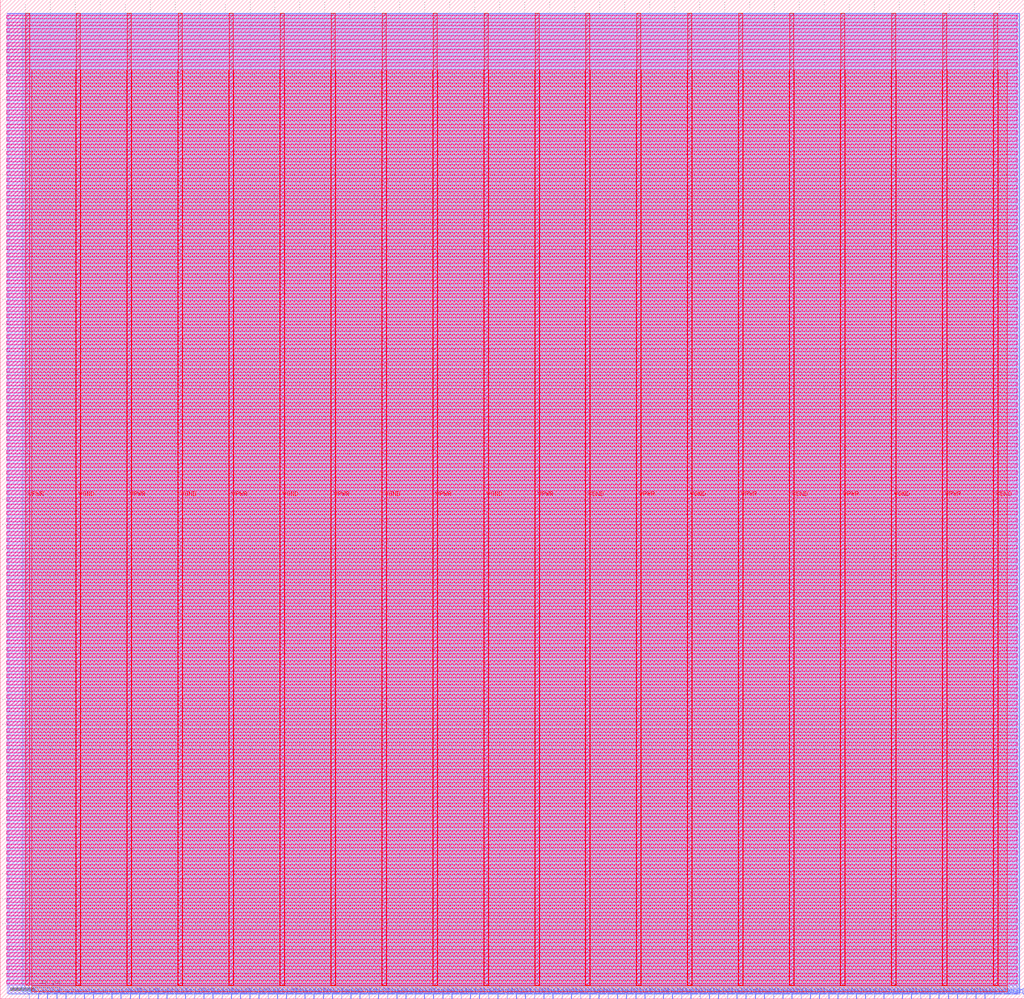
<source format=lef>
VERSION 5.7 ;
  NOWIREEXTENSIONATPIN ON ;
  DIVIDERCHAR "/" ;
  BUSBITCHARS "[]" ;
MACRO aes_example
  CLASS BLOCK ;
  FOREIGN aes_example ;
  ORIGIN 0.000 0.000 ;
  SIZE 820.000 BY 800.000 ;
  PIN VGND
    USE GROUND ;
    PORT
      LAYER met4 ;
        RECT 795.440 10.640 798.640 789.040 ;
    END
    PORT
      LAYER met4 ;
        RECT 713.840 10.640 717.040 789.040 ;
    END
    PORT
      LAYER met4 ;
        RECT 632.240 10.640 635.440 789.040 ;
    END
    PORT
      LAYER met4 ;
        RECT 550.640 10.640 553.840 789.040 ;
    END
    PORT
      LAYER met4 ;
        RECT 469.040 10.640 472.240 789.040 ;
    END
    PORT
      LAYER met4 ;
        RECT 387.440 10.640 390.640 789.040 ;
    END
    PORT
      LAYER met4 ;
        RECT 305.840 10.640 309.040 789.040 ;
    END
    PORT
      LAYER met4 ;
        RECT 224.240 10.640 227.440 789.040 ;
    END
    PORT
      LAYER met4 ;
        RECT 142.640 10.640 145.840 789.040 ;
    END
    PORT
      LAYER met4 ;
        RECT 61.040 10.640 64.240 789.040 ;
    END
  END VGND
  PIN VPWR
    USE POWER ;
    PORT
      LAYER met4 ;
        RECT 754.640 10.640 757.840 789.040 ;
    END
    PORT
      LAYER met4 ;
        RECT 673.040 10.640 676.240 789.040 ;
    END
    PORT
      LAYER met4 ;
        RECT 591.440 10.640 594.640 789.040 ;
    END
    PORT
      LAYER met4 ;
        RECT 509.840 10.640 513.040 789.040 ;
    END
    PORT
      LAYER met4 ;
        RECT 428.240 10.640 431.440 789.040 ;
    END
    PORT
      LAYER met4 ;
        RECT 346.640 10.640 349.840 789.040 ;
    END
    PORT
      LAYER met4 ;
        RECT 265.040 10.640 268.240 789.040 ;
    END
    PORT
      LAYER met4 ;
        RECT 183.440 10.640 186.640 789.040 ;
    END
    PORT
      LAYER met4 ;
        RECT 101.840 10.640 105.040 789.040 ;
    END
    PORT
      LAYER met4 ;
        RECT 20.240 10.640 23.440 789.040 ;
    END
  END VPWR
  PIN wb_clk_i
    PORT
      LAYER met2 ;
        RECT 23.090 0.000 23.370 4.000 ;
    END
  END wb_clk_i
  PIN wb_rst_i
    PORT
      LAYER met2 ;
        RECT 30.450 0.000 30.730 4.000 ;
    END
  END wb_rst_i
  PIN wbs_ack_o
    PORT
      LAYER met2 ;
        RECT 37.810 0.000 38.090 4.000 ;
    END
  END wbs_ack_o
  PIN wbs_adr_i[0]
    PORT
      LAYER met2 ;
        RECT 67.250 0.000 67.530 4.000 ;
    END
  END wbs_adr_i[0]
  PIN wbs_adr_i[10]
    PORT
      LAYER met2 ;
        RECT 317.490 0.000 317.770 4.000 ;
    END
  END wbs_adr_i[10]
  PIN wbs_adr_i[11]
    PORT
      LAYER met2 ;
        RECT 339.570 0.000 339.850 4.000 ;
    END
  END wbs_adr_i[11]
  PIN wbs_adr_i[12]
    PORT
      LAYER met2 ;
        RECT 361.650 0.000 361.930 4.000 ;
    END
  END wbs_adr_i[12]
  PIN wbs_adr_i[13]
    PORT
      LAYER met2 ;
        RECT 383.730 0.000 384.010 4.000 ;
    END
  END wbs_adr_i[13]
  PIN wbs_adr_i[14]
    PORT
      LAYER met2 ;
        RECT 405.810 0.000 406.090 4.000 ;
    END
  END wbs_adr_i[14]
  PIN wbs_adr_i[15]
    PORT
      LAYER met2 ;
        RECT 427.890 0.000 428.170 4.000 ;
    END
  END wbs_adr_i[15]
  PIN wbs_adr_i[16]
    PORT
      LAYER met2 ;
        RECT 449.970 0.000 450.250 4.000 ;
    END
  END wbs_adr_i[16]
  PIN wbs_adr_i[17]
    PORT
      LAYER met2 ;
        RECT 472.050 0.000 472.330 4.000 ;
    END
  END wbs_adr_i[17]
  PIN wbs_adr_i[18]
    PORT
      LAYER met2 ;
        RECT 494.130 0.000 494.410 4.000 ;
    END
  END wbs_adr_i[18]
  PIN wbs_adr_i[19]
    PORT
      LAYER met2 ;
        RECT 516.210 0.000 516.490 4.000 ;
    END
  END wbs_adr_i[19]
  PIN wbs_adr_i[1]
    PORT
      LAYER met2 ;
        RECT 96.690 0.000 96.970 4.000 ;
    END
  END wbs_adr_i[1]
  PIN wbs_adr_i[20]
    PORT
      LAYER met2 ;
        RECT 538.290 0.000 538.570 4.000 ;
    END
  END wbs_adr_i[20]
  PIN wbs_adr_i[21]
    PORT
      LAYER met2 ;
        RECT 560.370 0.000 560.650 4.000 ;
    END
  END wbs_adr_i[21]
  PIN wbs_adr_i[22]
    PORT
      LAYER met2 ;
        RECT 582.450 0.000 582.730 4.000 ;
    END
  END wbs_adr_i[22]
  PIN wbs_adr_i[23]
    PORT
      LAYER met2 ;
        RECT 604.530 0.000 604.810 4.000 ;
    END
  END wbs_adr_i[23]
  PIN wbs_adr_i[24]
    PORT
      LAYER met2 ;
        RECT 626.610 0.000 626.890 4.000 ;
    END
  END wbs_adr_i[24]
  PIN wbs_adr_i[25]
    PORT
      LAYER met2 ;
        RECT 648.690 0.000 648.970 4.000 ;
    END
  END wbs_adr_i[25]
  PIN wbs_adr_i[26]
    PORT
      LAYER met2 ;
        RECT 670.770 0.000 671.050 4.000 ;
    END
  END wbs_adr_i[26]
  PIN wbs_adr_i[27]
    PORT
      LAYER met2 ;
        RECT 692.850 0.000 693.130 4.000 ;
    END
  END wbs_adr_i[27]
  PIN wbs_adr_i[28]
    PORT
      LAYER met2 ;
        RECT 714.930 0.000 715.210 4.000 ;
    END
  END wbs_adr_i[28]
  PIN wbs_adr_i[29]
    PORT
      LAYER met2 ;
        RECT 737.010 0.000 737.290 4.000 ;
    END
  END wbs_adr_i[29]
  PIN wbs_adr_i[2]
    PORT
      LAYER met2 ;
        RECT 126.130 0.000 126.410 4.000 ;
    END
  END wbs_adr_i[2]
  PIN wbs_adr_i[30]
    PORT
      LAYER met2 ;
        RECT 759.090 0.000 759.370 4.000 ;
    END
  END wbs_adr_i[30]
  PIN wbs_adr_i[31]
    PORT
      LAYER met2 ;
        RECT 781.170 0.000 781.450 4.000 ;
    END
  END wbs_adr_i[31]
  PIN wbs_adr_i[3]
    PORT
      LAYER met2 ;
        RECT 155.570 0.000 155.850 4.000 ;
    END
  END wbs_adr_i[3]
  PIN wbs_adr_i[4]
    PORT
      LAYER met2 ;
        RECT 185.010 0.000 185.290 4.000 ;
    END
  END wbs_adr_i[4]
  PIN wbs_adr_i[5]
    PORT
      LAYER met2 ;
        RECT 207.090 0.000 207.370 4.000 ;
    END
  END wbs_adr_i[5]
  PIN wbs_adr_i[6]
    PORT
      LAYER met2 ;
        RECT 229.170 0.000 229.450 4.000 ;
    END
  END wbs_adr_i[6]
  PIN wbs_adr_i[7]
    PORT
      LAYER met2 ;
        RECT 251.250 0.000 251.530 4.000 ;
    END
  END wbs_adr_i[7]
  PIN wbs_adr_i[8]
    PORT
      LAYER met2 ;
        RECT 273.330 0.000 273.610 4.000 ;
    END
  END wbs_adr_i[8]
  PIN wbs_adr_i[9]
    PORT
      LAYER met2 ;
        RECT 295.410 0.000 295.690 4.000 ;
    END
  END wbs_adr_i[9]
  PIN wbs_cyc_i
    PORT
      LAYER met2 ;
        RECT 45.170 0.000 45.450 4.000 ;
    END
  END wbs_cyc_i
  PIN wbs_dat_i[0]
    PORT
      LAYER met2 ;
        RECT 74.610 0.000 74.890 4.000 ;
    END
  END wbs_dat_i[0]
  PIN wbs_dat_i[10]
    PORT
      LAYER met2 ;
        RECT 324.850 0.000 325.130 4.000 ;
    END
  END wbs_dat_i[10]
  PIN wbs_dat_i[11]
    PORT
      LAYER met2 ;
        RECT 346.930 0.000 347.210 4.000 ;
    END
  END wbs_dat_i[11]
  PIN wbs_dat_i[12]
    PORT
      LAYER met2 ;
        RECT 369.010 0.000 369.290 4.000 ;
    END
  END wbs_dat_i[12]
  PIN wbs_dat_i[13]
    PORT
      LAYER met2 ;
        RECT 391.090 0.000 391.370 4.000 ;
    END
  END wbs_dat_i[13]
  PIN wbs_dat_i[14]
    PORT
      LAYER met2 ;
        RECT 413.170 0.000 413.450 4.000 ;
    END
  END wbs_dat_i[14]
  PIN wbs_dat_i[15]
    PORT
      LAYER met2 ;
        RECT 435.250 0.000 435.530 4.000 ;
    END
  END wbs_dat_i[15]
  PIN wbs_dat_i[16]
    PORT
      LAYER met2 ;
        RECT 457.330 0.000 457.610 4.000 ;
    END
  END wbs_dat_i[16]
  PIN wbs_dat_i[17]
    PORT
      LAYER met2 ;
        RECT 479.410 0.000 479.690 4.000 ;
    END
  END wbs_dat_i[17]
  PIN wbs_dat_i[18]
    PORT
      LAYER met2 ;
        RECT 501.490 0.000 501.770 4.000 ;
    END
  END wbs_dat_i[18]
  PIN wbs_dat_i[19]
    PORT
      LAYER met2 ;
        RECT 523.570 0.000 523.850 4.000 ;
    END
  END wbs_dat_i[19]
  PIN wbs_dat_i[1]
    PORT
      LAYER met2 ;
        RECT 104.050 0.000 104.330 4.000 ;
    END
  END wbs_dat_i[1]
  PIN wbs_dat_i[20]
    PORT
      LAYER met2 ;
        RECT 545.650 0.000 545.930 4.000 ;
    END
  END wbs_dat_i[20]
  PIN wbs_dat_i[21]
    PORT
      LAYER met2 ;
        RECT 567.730 0.000 568.010 4.000 ;
    END
  END wbs_dat_i[21]
  PIN wbs_dat_i[22]
    PORT
      LAYER met2 ;
        RECT 589.810 0.000 590.090 4.000 ;
    END
  END wbs_dat_i[22]
  PIN wbs_dat_i[23]
    PORT
      LAYER met2 ;
        RECT 611.890 0.000 612.170 4.000 ;
    END
  END wbs_dat_i[23]
  PIN wbs_dat_i[24]
    PORT
      LAYER met2 ;
        RECT 633.970 0.000 634.250 4.000 ;
    END
  END wbs_dat_i[24]
  PIN wbs_dat_i[25]
    PORT
      LAYER met2 ;
        RECT 656.050 0.000 656.330 4.000 ;
    END
  END wbs_dat_i[25]
  PIN wbs_dat_i[26]
    PORT
      LAYER met2 ;
        RECT 678.130 0.000 678.410 4.000 ;
    END
  END wbs_dat_i[26]
  PIN wbs_dat_i[27]
    PORT
      LAYER met2 ;
        RECT 700.210 0.000 700.490 4.000 ;
    END
  END wbs_dat_i[27]
  PIN wbs_dat_i[28]
    PORT
      LAYER met2 ;
        RECT 722.290 0.000 722.570 4.000 ;
    END
  END wbs_dat_i[28]
  PIN wbs_dat_i[29]
    PORT
      LAYER met2 ;
        RECT 744.370 0.000 744.650 4.000 ;
    END
  END wbs_dat_i[29]
  PIN wbs_dat_i[2]
    PORT
      LAYER met2 ;
        RECT 133.490 0.000 133.770 4.000 ;
    END
  END wbs_dat_i[2]
  PIN wbs_dat_i[30]
    PORT
      LAYER met2 ;
        RECT 766.450 0.000 766.730 4.000 ;
    END
  END wbs_dat_i[30]
  PIN wbs_dat_i[31]
    PORT
      LAYER met2 ;
        RECT 788.530 0.000 788.810 4.000 ;
    END
  END wbs_dat_i[31]
  PIN wbs_dat_i[3]
    PORT
      LAYER met2 ;
        RECT 162.930 0.000 163.210 4.000 ;
    END
  END wbs_dat_i[3]
  PIN wbs_dat_i[4]
    PORT
      LAYER met2 ;
        RECT 192.370 0.000 192.650 4.000 ;
    END
  END wbs_dat_i[4]
  PIN wbs_dat_i[5]
    PORT
      LAYER met2 ;
        RECT 214.450 0.000 214.730 4.000 ;
    END
  END wbs_dat_i[5]
  PIN wbs_dat_i[6]
    PORT
      LAYER met2 ;
        RECT 236.530 0.000 236.810 4.000 ;
    END
  END wbs_dat_i[6]
  PIN wbs_dat_i[7]
    PORT
      LAYER met2 ;
        RECT 258.610 0.000 258.890 4.000 ;
    END
  END wbs_dat_i[7]
  PIN wbs_dat_i[8]
    PORT
      LAYER met2 ;
        RECT 280.690 0.000 280.970 4.000 ;
    END
  END wbs_dat_i[8]
  PIN wbs_dat_i[9]
    PORT
      LAYER met2 ;
        RECT 302.770 0.000 303.050 4.000 ;
    END
  END wbs_dat_i[9]
  PIN wbs_dat_o[0]
    PORT
      LAYER met2 ;
        RECT 81.970 0.000 82.250 4.000 ;
    END
  END wbs_dat_o[0]
  PIN wbs_dat_o[10]
    PORT
      LAYER met2 ;
        RECT 332.210 0.000 332.490 4.000 ;
    END
  END wbs_dat_o[10]
  PIN wbs_dat_o[11]
    PORT
      LAYER met2 ;
        RECT 354.290 0.000 354.570 4.000 ;
    END
  END wbs_dat_o[11]
  PIN wbs_dat_o[12]
    PORT
      LAYER met2 ;
        RECT 376.370 0.000 376.650 4.000 ;
    END
  END wbs_dat_o[12]
  PIN wbs_dat_o[13]
    PORT
      LAYER met2 ;
        RECT 398.450 0.000 398.730 4.000 ;
    END
  END wbs_dat_o[13]
  PIN wbs_dat_o[14]
    PORT
      LAYER met2 ;
        RECT 420.530 0.000 420.810 4.000 ;
    END
  END wbs_dat_o[14]
  PIN wbs_dat_o[15]
    PORT
      LAYER met2 ;
        RECT 442.610 0.000 442.890 4.000 ;
    END
  END wbs_dat_o[15]
  PIN wbs_dat_o[16]
    PORT
      LAYER met2 ;
        RECT 464.690 0.000 464.970 4.000 ;
    END
  END wbs_dat_o[16]
  PIN wbs_dat_o[17]
    PORT
      LAYER met2 ;
        RECT 486.770 0.000 487.050 4.000 ;
    END
  END wbs_dat_o[17]
  PIN wbs_dat_o[18]
    PORT
      LAYER met2 ;
        RECT 508.850 0.000 509.130 4.000 ;
    END
  END wbs_dat_o[18]
  PIN wbs_dat_o[19]
    PORT
      LAYER met2 ;
        RECT 530.930 0.000 531.210 4.000 ;
    END
  END wbs_dat_o[19]
  PIN wbs_dat_o[1]
    PORT
      LAYER met2 ;
        RECT 111.410 0.000 111.690 4.000 ;
    END
  END wbs_dat_o[1]
  PIN wbs_dat_o[20]
    PORT
      LAYER met2 ;
        RECT 553.010 0.000 553.290 4.000 ;
    END
  END wbs_dat_o[20]
  PIN wbs_dat_o[21]
    PORT
      LAYER met2 ;
        RECT 575.090 0.000 575.370 4.000 ;
    END
  END wbs_dat_o[21]
  PIN wbs_dat_o[22]
    PORT
      LAYER met2 ;
        RECT 597.170 0.000 597.450 4.000 ;
    END
  END wbs_dat_o[22]
  PIN wbs_dat_o[23]
    PORT
      LAYER met2 ;
        RECT 619.250 0.000 619.530 4.000 ;
    END
  END wbs_dat_o[23]
  PIN wbs_dat_o[24]
    PORT
      LAYER met2 ;
        RECT 641.330 0.000 641.610 4.000 ;
    END
  END wbs_dat_o[24]
  PIN wbs_dat_o[25]
    PORT
      LAYER met2 ;
        RECT 663.410 0.000 663.690 4.000 ;
    END
  END wbs_dat_o[25]
  PIN wbs_dat_o[26]
    PORT
      LAYER met2 ;
        RECT 685.490 0.000 685.770 4.000 ;
    END
  END wbs_dat_o[26]
  PIN wbs_dat_o[27]
    PORT
      LAYER met2 ;
        RECT 707.570 0.000 707.850 4.000 ;
    END
  END wbs_dat_o[27]
  PIN wbs_dat_o[28]
    PORT
      LAYER met2 ;
        RECT 729.650 0.000 729.930 4.000 ;
    END
  END wbs_dat_o[28]
  PIN wbs_dat_o[29]
    PORT
      LAYER met2 ;
        RECT 751.730 0.000 752.010 4.000 ;
    END
  END wbs_dat_o[29]
  PIN wbs_dat_o[2]
    PORT
      LAYER met2 ;
        RECT 140.850 0.000 141.130 4.000 ;
    END
  END wbs_dat_o[2]
  PIN wbs_dat_o[30]
    PORT
      LAYER met2 ;
        RECT 773.810 0.000 774.090 4.000 ;
    END
  END wbs_dat_o[30]
  PIN wbs_dat_o[31]
    PORT
      LAYER met2 ;
        RECT 795.890 0.000 796.170 4.000 ;
    END
  END wbs_dat_o[31]
  PIN wbs_dat_o[3]
    PORT
      LAYER met2 ;
        RECT 170.290 0.000 170.570 4.000 ;
    END
  END wbs_dat_o[3]
  PIN wbs_dat_o[4]
    PORT
      LAYER met2 ;
        RECT 199.730 0.000 200.010 4.000 ;
    END
  END wbs_dat_o[4]
  PIN wbs_dat_o[5]
    PORT
      LAYER met2 ;
        RECT 221.810 0.000 222.090 4.000 ;
    END
  END wbs_dat_o[5]
  PIN wbs_dat_o[6]
    PORT
      LAYER met2 ;
        RECT 243.890 0.000 244.170 4.000 ;
    END
  END wbs_dat_o[6]
  PIN wbs_dat_o[7]
    PORT
      LAYER met2 ;
        RECT 265.970 0.000 266.250 4.000 ;
    END
  END wbs_dat_o[7]
  PIN wbs_dat_o[8]
    PORT
      LAYER met2 ;
        RECT 288.050 0.000 288.330 4.000 ;
    END
  END wbs_dat_o[8]
  PIN wbs_dat_o[9]
    PORT
      LAYER met2 ;
        RECT 310.130 0.000 310.410 4.000 ;
    END
  END wbs_dat_o[9]
  PIN wbs_sel_i[0]
    PORT
      LAYER met2 ;
        RECT 89.330 0.000 89.610 4.000 ;
    END
  END wbs_sel_i[0]
  PIN wbs_sel_i[1]
    PORT
      LAYER met2 ;
        RECT 118.770 0.000 119.050 4.000 ;
    END
  END wbs_sel_i[1]
  PIN wbs_sel_i[2]
    PORT
      LAYER met2 ;
        RECT 148.210 0.000 148.490 4.000 ;
    END
  END wbs_sel_i[2]
  PIN wbs_sel_i[3]
    PORT
      LAYER met2 ;
        RECT 177.650 0.000 177.930 4.000 ;
    END
  END wbs_sel_i[3]
  PIN wbs_stb_i
    PORT
      LAYER met2 ;
        RECT 52.530 0.000 52.810 4.000 ;
    END
  END wbs_stb_i
  PIN wbs_we_i
    PORT
      LAYER met2 ;
        RECT 59.890 0.000 60.170 4.000 ;
    END
  END wbs_we_i
  OBS
      LAYER nwell ;
        RECT 5.330 784.665 814.390 787.495 ;
        RECT 5.330 779.225 814.390 782.055 ;
        RECT 5.330 773.785 814.390 776.615 ;
        RECT 5.330 768.345 814.390 771.175 ;
        RECT 5.330 762.905 814.390 765.735 ;
        RECT 5.330 757.465 814.390 760.295 ;
        RECT 5.330 752.025 814.390 754.855 ;
        RECT 5.330 746.585 814.390 749.415 ;
        RECT 5.330 741.145 814.390 743.975 ;
        RECT 5.330 735.705 814.390 738.535 ;
        RECT 5.330 730.265 814.390 733.095 ;
        RECT 5.330 724.825 814.390 727.655 ;
        RECT 5.330 719.385 814.390 722.215 ;
        RECT 5.330 713.945 814.390 716.775 ;
        RECT 5.330 708.505 814.390 711.335 ;
        RECT 5.330 703.065 814.390 705.895 ;
        RECT 5.330 697.625 814.390 700.455 ;
        RECT 5.330 692.185 814.390 695.015 ;
        RECT 5.330 686.745 814.390 689.575 ;
        RECT 5.330 681.305 814.390 684.135 ;
        RECT 5.330 675.865 814.390 678.695 ;
        RECT 5.330 670.425 814.390 673.255 ;
        RECT 5.330 664.985 814.390 667.815 ;
        RECT 5.330 659.545 814.390 662.375 ;
        RECT 5.330 654.105 814.390 656.935 ;
        RECT 5.330 648.665 814.390 651.495 ;
        RECT 5.330 643.225 814.390 646.055 ;
        RECT 5.330 637.785 814.390 640.615 ;
        RECT 5.330 632.345 814.390 635.175 ;
        RECT 5.330 626.905 814.390 629.735 ;
        RECT 5.330 621.465 814.390 624.295 ;
        RECT 5.330 616.025 814.390 618.855 ;
        RECT 5.330 610.585 814.390 613.415 ;
        RECT 5.330 605.145 814.390 607.975 ;
        RECT 5.330 599.705 814.390 602.535 ;
        RECT 5.330 594.265 814.390 597.095 ;
        RECT 5.330 588.825 814.390 591.655 ;
        RECT 5.330 583.385 814.390 586.215 ;
        RECT 5.330 577.945 814.390 580.775 ;
        RECT 5.330 572.505 814.390 575.335 ;
        RECT 5.330 567.065 814.390 569.895 ;
        RECT 5.330 561.625 814.390 564.455 ;
        RECT 5.330 556.185 814.390 559.015 ;
        RECT 5.330 550.745 814.390 553.575 ;
        RECT 5.330 545.305 814.390 548.135 ;
        RECT 5.330 539.865 814.390 542.695 ;
        RECT 5.330 534.425 814.390 537.255 ;
        RECT 5.330 528.985 814.390 531.815 ;
        RECT 5.330 523.545 814.390 526.375 ;
        RECT 5.330 518.105 814.390 520.935 ;
        RECT 5.330 512.665 814.390 515.495 ;
        RECT 5.330 507.225 814.390 510.055 ;
        RECT 5.330 501.785 814.390 504.615 ;
        RECT 5.330 496.345 814.390 499.175 ;
        RECT 5.330 490.905 814.390 493.735 ;
        RECT 5.330 485.465 814.390 488.295 ;
        RECT 5.330 480.025 814.390 482.855 ;
        RECT 5.330 474.585 814.390 477.415 ;
        RECT 5.330 469.145 814.390 471.975 ;
        RECT 5.330 463.705 814.390 466.535 ;
        RECT 5.330 458.265 814.390 461.095 ;
        RECT 5.330 452.825 814.390 455.655 ;
        RECT 5.330 447.385 814.390 450.215 ;
        RECT 5.330 441.945 814.390 444.775 ;
        RECT 5.330 436.505 814.390 439.335 ;
        RECT 5.330 431.065 814.390 433.895 ;
        RECT 5.330 425.625 814.390 428.455 ;
        RECT 5.330 420.185 814.390 423.015 ;
        RECT 5.330 414.745 814.390 417.575 ;
        RECT 5.330 409.305 814.390 412.135 ;
        RECT 5.330 403.865 814.390 406.695 ;
        RECT 5.330 398.425 814.390 401.255 ;
        RECT 5.330 392.985 814.390 395.815 ;
        RECT 5.330 387.545 814.390 390.375 ;
        RECT 5.330 382.105 814.390 384.935 ;
        RECT 5.330 376.665 814.390 379.495 ;
        RECT 5.330 371.225 814.390 374.055 ;
        RECT 5.330 365.785 814.390 368.615 ;
        RECT 5.330 360.345 814.390 363.175 ;
        RECT 5.330 354.905 814.390 357.735 ;
        RECT 5.330 349.465 814.390 352.295 ;
        RECT 5.330 344.025 814.390 346.855 ;
        RECT 5.330 338.585 814.390 341.415 ;
        RECT 5.330 333.145 814.390 335.975 ;
        RECT 5.330 327.705 814.390 330.535 ;
        RECT 5.330 322.265 814.390 325.095 ;
        RECT 5.330 316.825 814.390 319.655 ;
        RECT 5.330 311.385 814.390 314.215 ;
        RECT 5.330 305.945 814.390 308.775 ;
        RECT 5.330 300.505 814.390 303.335 ;
        RECT 5.330 295.065 814.390 297.895 ;
        RECT 5.330 289.625 814.390 292.455 ;
        RECT 5.330 284.185 814.390 287.015 ;
        RECT 5.330 278.745 814.390 281.575 ;
        RECT 5.330 273.305 814.390 276.135 ;
        RECT 5.330 267.865 814.390 270.695 ;
        RECT 5.330 262.425 814.390 265.255 ;
        RECT 5.330 256.985 814.390 259.815 ;
        RECT 5.330 251.545 814.390 254.375 ;
        RECT 5.330 246.105 814.390 248.935 ;
        RECT 5.330 240.665 814.390 243.495 ;
        RECT 5.330 235.225 814.390 238.055 ;
        RECT 5.330 229.785 814.390 232.615 ;
        RECT 5.330 224.345 814.390 227.175 ;
        RECT 5.330 218.905 814.390 221.735 ;
        RECT 5.330 213.465 814.390 216.295 ;
        RECT 5.330 208.025 814.390 210.855 ;
        RECT 5.330 202.585 814.390 205.415 ;
        RECT 5.330 197.145 814.390 199.975 ;
        RECT 5.330 191.705 814.390 194.535 ;
        RECT 5.330 186.265 814.390 189.095 ;
        RECT 5.330 180.825 814.390 183.655 ;
        RECT 5.330 175.385 814.390 178.215 ;
        RECT 5.330 169.945 814.390 172.775 ;
        RECT 5.330 164.505 814.390 167.335 ;
        RECT 5.330 159.065 814.390 161.895 ;
        RECT 5.330 153.625 814.390 156.455 ;
        RECT 5.330 148.185 814.390 151.015 ;
        RECT 5.330 142.745 814.390 145.575 ;
        RECT 5.330 137.305 814.390 140.135 ;
        RECT 5.330 131.865 814.390 134.695 ;
        RECT 5.330 126.425 814.390 129.255 ;
        RECT 5.330 120.985 814.390 123.815 ;
        RECT 5.330 115.545 814.390 118.375 ;
        RECT 5.330 110.105 814.390 112.935 ;
        RECT 5.330 104.665 814.390 107.495 ;
        RECT 5.330 99.225 814.390 102.055 ;
        RECT 5.330 93.785 814.390 96.615 ;
        RECT 5.330 88.345 814.390 91.175 ;
        RECT 5.330 82.905 814.390 85.735 ;
        RECT 5.330 77.465 814.390 80.295 ;
        RECT 5.330 72.025 814.390 74.855 ;
        RECT 5.330 66.585 814.390 69.415 ;
        RECT 5.330 61.145 814.390 63.975 ;
        RECT 5.330 55.705 814.390 58.535 ;
        RECT 5.330 50.265 814.390 53.095 ;
        RECT 5.330 44.825 814.390 47.655 ;
        RECT 5.330 39.385 814.390 42.215 ;
        RECT 5.330 33.945 814.390 36.775 ;
        RECT 5.330 28.505 814.390 31.335 ;
        RECT 5.330 23.065 814.390 25.895 ;
        RECT 5.330 17.625 814.390 20.455 ;
        RECT 5.330 12.185 814.390 15.015 ;
      LAYER li1 ;
        RECT 5.520 10.795 814.200 788.885 ;
      LAYER met1 ;
        RECT 5.520 4.460 816.430 789.040 ;
      LAYER met2 ;
        RECT 7.000 4.280 816.400 788.985 ;
        RECT 7.000 3.670 22.810 4.280 ;
        RECT 23.650 3.670 30.170 4.280 ;
        RECT 31.010 3.670 37.530 4.280 ;
        RECT 38.370 3.670 44.890 4.280 ;
        RECT 45.730 3.670 52.250 4.280 ;
        RECT 53.090 3.670 59.610 4.280 ;
        RECT 60.450 3.670 66.970 4.280 ;
        RECT 67.810 3.670 74.330 4.280 ;
        RECT 75.170 3.670 81.690 4.280 ;
        RECT 82.530 3.670 89.050 4.280 ;
        RECT 89.890 3.670 96.410 4.280 ;
        RECT 97.250 3.670 103.770 4.280 ;
        RECT 104.610 3.670 111.130 4.280 ;
        RECT 111.970 3.670 118.490 4.280 ;
        RECT 119.330 3.670 125.850 4.280 ;
        RECT 126.690 3.670 133.210 4.280 ;
        RECT 134.050 3.670 140.570 4.280 ;
        RECT 141.410 3.670 147.930 4.280 ;
        RECT 148.770 3.670 155.290 4.280 ;
        RECT 156.130 3.670 162.650 4.280 ;
        RECT 163.490 3.670 170.010 4.280 ;
        RECT 170.850 3.670 177.370 4.280 ;
        RECT 178.210 3.670 184.730 4.280 ;
        RECT 185.570 3.670 192.090 4.280 ;
        RECT 192.930 3.670 199.450 4.280 ;
        RECT 200.290 3.670 206.810 4.280 ;
        RECT 207.650 3.670 214.170 4.280 ;
        RECT 215.010 3.670 221.530 4.280 ;
        RECT 222.370 3.670 228.890 4.280 ;
        RECT 229.730 3.670 236.250 4.280 ;
        RECT 237.090 3.670 243.610 4.280 ;
        RECT 244.450 3.670 250.970 4.280 ;
        RECT 251.810 3.670 258.330 4.280 ;
        RECT 259.170 3.670 265.690 4.280 ;
        RECT 266.530 3.670 273.050 4.280 ;
        RECT 273.890 3.670 280.410 4.280 ;
        RECT 281.250 3.670 287.770 4.280 ;
        RECT 288.610 3.670 295.130 4.280 ;
        RECT 295.970 3.670 302.490 4.280 ;
        RECT 303.330 3.670 309.850 4.280 ;
        RECT 310.690 3.670 317.210 4.280 ;
        RECT 318.050 3.670 324.570 4.280 ;
        RECT 325.410 3.670 331.930 4.280 ;
        RECT 332.770 3.670 339.290 4.280 ;
        RECT 340.130 3.670 346.650 4.280 ;
        RECT 347.490 3.670 354.010 4.280 ;
        RECT 354.850 3.670 361.370 4.280 ;
        RECT 362.210 3.670 368.730 4.280 ;
        RECT 369.570 3.670 376.090 4.280 ;
        RECT 376.930 3.670 383.450 4.280 ;
        RECT 384.290 3.670 390.810 4.280 ;
        RECT 391.650 3.670 398.170 4.280 ;
        RECT 399.010 3.670 405.530 4.280 ;
        RECT 406.370 3.670 412.890 4.280 ;
        RECT 413.730 3.670 420.250 4.280 ;
        RECT 421.090 3.670 427.610 4.280 ;
        RECT 428.450 3.670 434.970 4.280 ;
        RECT 435.810 3.670 442.330 4.280 ;
        RECT 443.170 3.670 449.690 4.280 ;
        RECT 450.530 3.670 457.050 4.280 ;
        RECT 457.890 3.670 464.410 4.280 ;
        RECT 465.250 3.670 471.770 4.280 ;
        RECT 472.610 3.670 479.130 4.280 ;
        RECT 479.970 3.670 486.490 4.280 ;
        RECT 487.330 3.670 493.850 4.280 ;
        RECT 494.690 3.670 501.210 4.280 ;
        RECT 502.050 3.670 508.570 4.280 ;
        RECT 509.410 3.670 515.930 4.280 ;
        RECT 516.770 3.670 523.290 4.280 ;
        RECT 524.130 3.670 530.650 4.280 ;
        RECT 531.490 3.670 538.010 4.280 ;
        RECT 538.850 3.670 545.370 4.280 ;
        RECT 546.210 3.670 552.730 4.280 ;
        RECT 553.570 3.670 560.090 4.280 ;
        RECT 560.930 3.670 567.450 4.280 ;
        RECT 568.290 3.670 574.810 4.280 ;
        RECT 575.650 3.670 582.170 4.280 ;
        RECT 583.010 3.670 589.530 4.280 ;
        RECT 590.370 3.670 596.890 4.280 ;
        RECT 597.730 3.670 604.250 4.280 ;
        RECT 605.090 3.670 611.610 4.280 ;
        RECT 612.450 3.670 618.970 4.280 ;
        RECT 619.810 3.670 626.330 4.280 ;
        RECT 627.170 3.670 633.690 4.280 ;
        RECT 634.530 3.670 641.050 4.280 ;
        RECT 641.890 3.670 648.410 4.280 ;
        RECT 649.250 3.670 655.770 4.280 ;
        RECT 656.610 3.670 663.130 4.280 ;
        RECT 663.970 3.670 670.490 4.280 ;
        RECT 671.330 3.670 677.850 4.280 ;
        RECT 678.690 3.670 685.210 4.280 ;
        RECT 686.050 3.670 692.570 4.280 ;
        RECT 693.410 3.670 699.930 4.280 ;
        RECT 700.770 3.670 707.290 4.280 ;
        RECT 708.130 3.670 714.650 4.280 ;
        RECT 715.490 3.670 722.010 4.280 ;
        RECT 722.850 3.670 729.370 4.280 ;
        RECT 730.210 3.670 736.730 4.280 ;
        RECT 737.570 3.670 744.090 4.280 ;
        RECT 744.930 3.670 751.450 4.280 ;
        RECT 752.290 3.670 758.810 4.280 ;
        RECT 759.650 3.670 766.170 4.280 ;
        RECT 767.010 3.670 773.530 4.280 ;
        RECT 774.370 3.670 780.890 4.280 ;
        RECT 781.730 3.670 788.250 4.280 ;
        RECT 789.090 3.670 795.610 4.280 ;
        RECT 796.450 3.670 816.400 4.280 ;
      LAYER met3 ;
        RECT 17.545 5.615 815.975 788.965 ;
      LAYER met4 ;
        RECT 25.135 10.240 60.640 743.745 ;
        RECT 64.640 10.240 101.440 743.745 ;
        RECT 105.440 10.240 142.240 743.745 ;
        RECT 146.240 10.240 183.040 743.745 ;
        RECT 187.040 10.240 223.840 743.745 ;
        RECT 227.840 10.240 264.640 743.745 ;
        RECT 268.640 10.240 305.440 743.745 ;
        RECT 309.440 10.240 346.240 743.745 ;
        RECT 350.240 10.240 387.040 743.745 ;
        RECT 391.040 10.240 427.840 743.745 ;
        RECT 431.840 10.240 468.640 743.745 ;
        RECT 472.640 10.240 509.440 743.745 ;
        RECT 513.440 10.240 550.240 743.745 ;
        RECT 554.240 10.240 591.040 743.745 ;
        RECT 595.040 10.240 631.840 743.745 ;
        RECT 635.840 10.240 672.640 743.745 ;
        RECT 676.640 10.240 713.440 743.745 ;
        RECT 717.440 10.240 754.240 743.745 ;
        RECT 758.240 10.240 795.040 743.745 ;
        RECT 799.040 10.240 806.545 743.745 ;
        RECT 25.135 5.615 806.545 10.240 ;
  END
END aes_example
END LIBRARY


</source>
